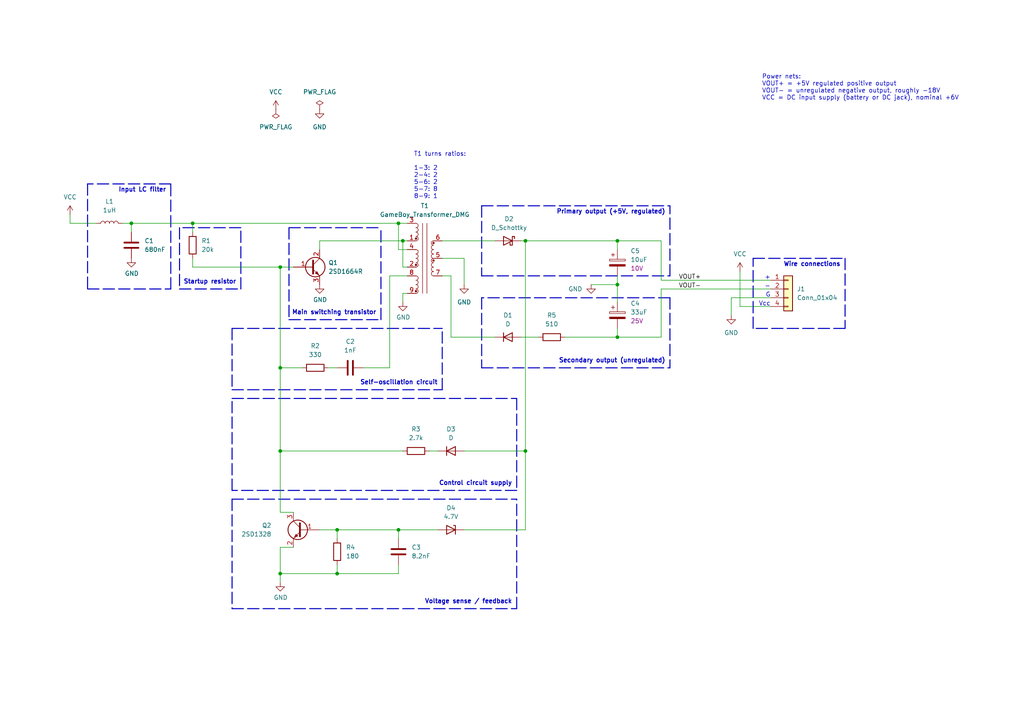
<source format=kicad_sch>
(kicad_sch (version 20211123) (generator eeschema)
  (paper "A4")
  (title_block (title "DC-CONV-DMG-A / DC-CONV-DMG-B") (date "2022-01-02") (rev "A") (company "https://gekkio.fi") (comment 1 "https://github.com/gekkio/gb-schematics"))
  (lib_symbols
    (symbol "Connector_Generic:Conn_01x04" (pin_names (offset 1.016) hide)
      (property "Reference" "J" (at 0 5.08 0))
      (property "Value" "Conn_01x04" (at 0 -7.62 0))
      (symbol "Conn_01x04_1_1"
        (rectangle (start -1.27 -4.953) (end 0 -5.207) (stroke (width 0.1524)))
        (rectangle (start -1.27 -2.413) (end 0 -2.667) (stroke (width 0.1524)))
        (rectangle (start -1.27 0.127) (end 0 -0.127) (stroke (width 0.1524)))
        (rectangle (start -1.27 2.667) (end 0 2.413) (stroke (width 0.1524)))
        (rectangle (start -1.27 3.81) (end 1.27 -6.35) (stroke (width 0.254)) (fill (type background)))
        (pin passive line (at -5.08 2.54 0) (length 3.81) (name "Pin_1") (number "1"))
        (pin passive line (at -5.08 0 0) (length 3.81) (name "Pin_2") (number "2"))
        (pin passive line (at -5.08 -2.54 0) (length 3.81) (name "Pin_3") (number "3"))
        (pin passive line (at -5.08 -5.08 0) (length 3.81) (name "Pin_4") (number "4"))
      )
    )
    (symbol "Device:C" (pin_numbers hide) (pin_names (offset 0.254))
      (property "Reference" "C" (at 0.635 2.54 0))
      (property "Value" "C" (at 0.635 -2.54 0))
      (symbol "C_0_1"
        (polyline (pts (xy -2.032 -0.762) (xy 2.032 -0.762)) (stroke (width 0.508)))
        (polyline (pts (xy -2.032 0.762) (xy 2.032 0.762)) (stroke (width 0.508)))
      )
      (symbol "C_1_1"
        (pin passive line (at 0 3.81 270) (length 2.794) (name "~") (number "1"))
        (pin passive line (at 0 -3.81 90) (length 2.794) (name "~") (number "2"))
      )
    )
    (symbol "Device:C_Polarized" (pin_numbers hide) (pin_names (offset 0.254))
      (property "Reference" "C" (at 0.635 2.54 0))
      (property "Value" "C_Polarized" (at 0.635 -2.54 0))
      (symbol "C_Polarized_0_1"
        (rectangle (start -2.286 0.508) (end 2.286 1.016))
        (polyline (pts (xy -1.778 2.286) (xy -0.762 2.286)))
        (polyline (pts (xy -1.27 2.794) (xy -1.27 1.778)))
        (rectangle (start 2.286 -0.508) (end -2.286 -1.016) (fill (type outline)))
      )
      (symbol "C_Polarized_1_1"
        (pin passive line (at 0 3.81 270) (length 2.794) (name "~") (number "1"))
        (pin passive line (at 0 -3.81 90) (length 2.794) (name "~") (number "2"))
      )
    )
    (symbol "Device:D" (pin_numbers hide) (pin_names (offset 1.016) hide)
      (property "Reference" "D" (at 0 2.54 0))
      (property "Value" "D" (at 0 -2.54 0))
      (symbol "D_0_1"
        (polyline (pts (xy -1.27 1.27) (xy -1.27 -1.27)) (stroke (width 0.254)))
        (polyline (pts (xy 1.27 0) (xy -1.27 0)))
        (polyline (pts (xy 1.27 1.27) (xy 1.27 -1.27) (xy -1.27 0) (xy 1.27 1.27)) (stroke (width 0.254)))
      )
      (symbol "D_1_1"
        (pin passive line (at -3.81 0 0) (length 2.54) (name "K") (number "1"))
        (pin passive line (at 3.81 0 180) (length 2.54) (name "A") (number "2"))
      )
    )
    (symbol "Device:D_Schottky" (pin_numbers hide) (pin_names (offset 1.016) hide)
      (property "Reference" "D" (at 0 2.54 0))
      (property "Value" "D_Schottky" (at 0 -2.54 0))
      (symbol "D_Schottky_0_1"
        (polyline (pts (xy 1.27 0) (xy -1.27 0)))
        (polyline (pts (xy 1.27 1.27) (xy 1.27 -1.27) (xy -1.27 0) (xy 1.27 1.27)) (stroke (width 0.254)))
        (polyline (pts (xy -1.905 0.635) (xy -1.905 1.27) (xy -1.27 1.27) (xy -1.27 -1.27) (xy -0.635 -1.27) (xy -0.635 -0.635)) (stroke (width 0.254)))
      )
      (symbol "D_Schottky_1_1"
        (pin passive line (at -3.81 0 0) (length 2.54) (name "K") (number "1"))
        (pin passive line (at 3.81 0 180) (length 2.54) (name "A") (number "2"))
      )
    )
    (symbol "Device:D_Zener" (pin_numbers hide) (pin_names (offset 1.016) hide)
      (property "Reference" "D" (at 0 2.54 0))
      (property "Value" "D_Zener" (at 0 -2.54 0))
      (symbol "D_Zener_0_1"
        (polyline (pts (xy 1.27 0) (xy -1.27 0)))
        (polyline (pts (xy -1.27 -1.27) (xy -1.27 1.27) (xy -0.762 1.27)) (stroke (width 0.254)))
        (polyline (pts (xy 1.27 -1.27) (xy 1.27 1.27) (xy -1.27 0) (xy 1.27 -1.27)) (stroke (width 0.254)))
      )
      (symbol "D_Zener_1_1"
        (pin passive line (at -3.81 0 0) (length 2.54) (name "K") (number "1"))
        (pin passive line (at 3.81 0 180) (length 2.54) (name "A") (number "2"))
      )
    )
    (symbol "Device:L" (pin_numbers hide) (pin_names (offset 1.016) hide)
      (property "Reference" "L" (at -1.27 0 90))
      (property "Value" "L" (at 1.905 0 90))
      (symbol "L_0_1"
        (arc (start 0 -2.54) (mid 0.635 -1.905) (end 0 -1.27))
        (arc (start 0 -1.27) (mid 0.635 -0.635) (end 0 0))
        (arc (start 0 0) (mid 0.635 0.635) (end 0 1.27))
        (arc (start 0 1.27) (mid 0.635 1.905) (end 0 2.54))
      )
      (symbol "L_1_1"
        (pin passive line (at 0 3.81 270) (length 1.27) (name "1") (number "1"))
        (pin passive line (at 0 -3.81 90) (length 1.27) (name "2") (number "2"))
      )
    )
    (symbol "Device:Q_NPN_BCE" (pin_names (offset 0) hide)
      (property "Reference" "Q" (at 5.08 1.27 0))
      (property "Value" "Q_NPN_BCE" (at 5.08 -1.27 0))
      (symbol "Q_NPN_BCE_0_1"
        (polyline (pts (xy 0.635 0.635) (xy 2.54 2.54)))
        (polyline (pts (xy 0.635 -0.635) (xy 2.54 -2.54) (xy 2.54 -2.54)))
        (polyline (pts (xy 0.635 1.905) (xy 0.635 -1.905) (xy 0.635 -1.905)) (stroke (width 0.508)))
        (polyline (pts (xy 1.27 -1.778) (xy 1.778 -1.27) (xy 2.286 -2.286) (xy 1.27 -1.778) (xy 1.27 -1.778)) (fill (type outline)))
        (circle (center 1.27 0) (radius 2.8194) (stroke (width 0.254)))
      )
      (symbol "Q_NPN_BCE_1_1"
        (pin input line (at -5.08 0 0) (length 5.715) (name "B") (number "1"))
        (pin passive line (at 2.54 5.08 270) (length 2.54) (name "C") (number "2"))
        (pin passive line (at 2.54 -5.08 90) (length 2.54) (name "E") (number "3"))
      )
    )
    (symbol "Device:Q_NPN_BEC" (pin_names (offset 0) hide)
      (property "Reference" "Q" (at 5.08 1.27 0))
      (property "Value" "Q_NPN_BEC" (at 5.08 -1.27 0))
      (symbol "Q_NPN_BEC_0_1"
        (polyline (pts (xy 0.635 0.635) (xy 2.54 2.54)))
        (polyline (pts (xy 0.635 -0.635) (xy 2.54 -2.54) (xy 2.54 -2.54)))
        (polyline (pts (xy 0.635 1.905) (xy 0.635 -1.905) (xy 0.635 -1.905)) (stroke (width 0.508)))
        (polyline (pts (xy 1.27 -1.778) (xy 1.778 -1.27) (xy 2.286 -2.286) (xy 1.27 -1.778) (xy 1.27 -1.778)) (fill (type outline)))
        (circle (center 1.27 0) (radius 2.8194) (stroke (width 0.254)))
      )
      (symbol "Q_NPN_BEC_1_1"
        (pin input line (at -5.08 0 0) (length 5.715) (name "B") (number "1"))
        (pin passive line (at 2.54 -5.08 90) (length 2.54) (name "E") (number "2"))
        (pin passive line (at 2.54 5.08 270) (length 2.54) (name "C") (number "3"))
      )
    )
    (symbol "Device:R" (pin_numbers hide) (pin_names (offset 0))
      (property "Reference" "R" (at 2.032 0 90))
      (property "Value" "R" (at 0 0 90))
      (symbol "R_0_1"
        (rectangle (start -1.016 -2.54) (end 1.016 2.54) (stroke (width 0.254)))
      )
      (symbol "R_1_1"
        (pin passive line (at 0 3.81 270) (length 1.27) (name "~") (number "1"))
        (pin passive line (at 0 -3.81 90) (length 1.27) (name "~") (number "2"))
      )
    )
    (symbol "Gekkio_Transformer:GameBoy_Transformer_DMG"
      (property "Reference" "T" (at 0 12.7 0))
      (property "Value" "GameBoy_Transformer_DMG" (at 0 -12.7 0))
      (symbol "GameBoy_Transformer_DMG_0_1"
        (arc (start -2.54 -10.16) (mid -1.905 -9.525) (end -2.54 -8.89))
        (circle (center -2.54 -9.525) (radius 0.254) (fill (type outline)))
        (arc (start -2.54 -8.89) (mid -1.905 -8.255) (end -2.54 -7.62))
        (arc (start -2.54 -7.62) (mid -1.905 -6.985) (end -2.54 -6.35))
        (arc (start -2.54 -6.35) (mid -1.905 -5.715) (end -2.54 -5.08))
        (arc (start -2.54 -2.54) (mid -1.905 -1.905) (end -2.54 -1.27))
        (circle (center -2.54 -1.905) (radius 0.254) (fill (type outline)))
        (arc (start -2.54 -1.27) (mid -1.905 -0.635) (end -2.54 0))
        (arc (start -2.54 0) (mid -1.905 0.635) (end -2.54 1.27))
        (arc (start -2.54 1.27) (mid -1.905 1.905) (end -2.54 2.54))
        (arc (start -2.54 5.08) (mid -1.905 5.715) (end -2.54 6.35))
        (circle (center -2.54 5.715) (radius 0.254) (fill (type outline)))
        (arc (start -2.54 6.35) (mid -1.905 6.985) (end -2.54 7.62))
        (arc (start -2.54 7.62) (mid -1.905 8.255) (end -2.54 8.89))
        (arc (start -2.54 8.89) (mid -1.905 9.525) (end -2.54 10.16))
        (polyline (pts (xy -0.635 10.16) (xy -0.635 -10.16)))
        (polyline (pts (xy 0.635 -10.16) (xy 0.635 10.16)))
        (arc (start 2.54 -3.81) (mid 1.905 -4.445) (end 2.54 -5.08))
        (arc (start 2.54 -2.54) (mid 1.905 -3.175) (end 2.54 -3.81))
        (arc (start 2.54 -1.27) (mid 1.905 -1.905) (end 2.54 -2.54))
        (circle (center 2.54 -0.635) (radius 0.254) (fill (type outline)))
        (arc (start 2.54 0) (mid 1.905 -0.635) (end 2.54 -1.27))
        (arc (start 2.54 1.27) (mid 1.905 0.635) (end 2.54 0))
        (arc (start 2.54 2.54) (mid 1.905 1.905) (end 2.54 1.27))
        (arc (start 2.54 3.81) (mid 1.905 3.175) (end 2.54 2.54))
        (circle (center 2.54 4.445) (radius 0.254) (fill (type outline)))
        (arc (start 2.54 5.08) (mid 1.905 4.445) (end 2.54 3.81))
      )
      (symbol "GameBoy_Transformer_DMG_1_1"
        (pin passive line (at -5.08 5.08 0) (length 2.54) (name "~") (number "1"))
        (pin passive line (at -5.08 -2.54 0) (length 2.54) (name "~") (number "2"))
        (pin passive line (at -5.08 10.16 0) (length 2.54) (name "~") (number "3"))
        (pin passive line (at -5.08 2.54 0) (length 2.54) (name "~") (number "4"))
        (pin passive line (at 5.08 0 180) (length 2.54) (name "~") (number "5"))
        (pin passive line (at 5.08 5.08 180) (length 2.54) (name "~") (number "6"))
        (pin passive line (at 5.08 -5.08 180) (length 2.54) (name "~") (number "7"))
        (pin passive line (at -5.08 -5.08 0) (length 2.54) (name "~") (number "8"))
        (pin passive line (at -5.08 -10.16 0) (length 2.54) (name "~") (number "9"))
      )
    )
    (symbol "power:GND" (power) (pin_names (offset 0))
      (property "Value" "GND" (at 0 -3.81 0))
      (symbol "GND_0_1"
        (polyline (pts (xy 0 0) (xy 0 -1.27) (xy 1.27 -1.27) (xy 0 -2.54) (xy -1.27 -1.27) (xy 0 -1.27)))
      )
      (symbol "GND_1_1"
        (pin power_in line (at 0 0 270) (length 0) hide (name "GND") (number "1"))
      )
    )
    (symbol "power:PWR_FLAG" (power) (pin_numbers hide) (pin_names (offset 0) hide)
      (property "Value" "PWR_FLAG" (at 0 3.81 0))
      (symbol "PWR_FLAG_0_0"
        (pin power_out line (at 0 0 90) (length 0) (name "pwr") (number "1"))
      )
      (symbol "PWR_FLAG_0_1"
        (polyline (pts (xy 0 0) (xy 0 1.27) (xy -1.016 1.905) (xy 0 2.54) (xy 1.016 1.905) (xy 0 1.27)))
      )
    )
    (symbol "power:VCC" (power) (pin_names (offset 0))
      (property "Value" "VCC" (at 0 3.81 0))
      (symbol "VCC_0_1"
        (polyline (pts (xy -0.762 1.27) (xy 0 2.54)))
        (polyline (pts (xy 0 0) (xy 0 2.54)))
        (polyline (pts (xy 0 2.54) (xy 0.762 1.27)))
      )
      (symbol "VCC_1_1"
        (pin power_in line (at 0 0 90) (length 0) hide (name "VCC") (number "1"))
      )
    )
  )
  (junction (at 179.07 97.79))
  (junction (at 115.57 64.77))
  (junction (at 97.79 166.37))
  (junction (at 179.07 69.85))
  (junction (at 179.07 82.55))
  (junction (at 97.79 153.67))
  (junction (at 152.4 69.85))
  (junction (at 81.28 130.81))
  (junction (at 116.84 69.85))
  (junction (at 81.28 106.68))
  (junction (at 81.28 166.37))
  (junction (at 55.88 64.77))
  (junction (at 81.28 77.47))
  (junction (at 38.1 64.77))
  (junction (at 152.4 130.81))
  (junction (at 115.57 153.67))
  (polyline (pts (xy 110.49 92.71) (xy 110.49 66.04)) (stroke (width 0.3)))
  (polyline (pts (xy 218.44 74.93) (xy 245.11 74.93)) (stroke (width 0.3)))
  (wire (pts (xy 179.07 69.85) (xy 191.77 69.85)))
  (polyline (pts (xy 194.31 86.36) (xy 194.31 106.68)) (stroke (width 0.3)))
  (polyline (pts (xy 67.31 144.78) (xy 149.86 144.78)) (stroke (width 0.3)))
  (wire (pts (xy 128.27 69.85) (xy 143.51 69.85)))
  (wire (pts (xy 118.11 72.39) (xy 115.57 72.39)))
  (wire (pts (xy 38.1 64.77) (xy 38.1 67.31)))
  (wire (pts (xy 97.79 163.83) (xy 97.79 166.37)))
  (polyline (pts (xy 25.4 83.82) (xy 49.53 83.82)) (stroke (width 0.3)))
  (wire (pts (xy 115.57 72.39) (xy 115.57 64.77)))
  (wire (pts (xy 115.57 153.67) (xy 127 153.67)))
  (wire (pts (xy 116.84 77.47) (xy 118.11 77.47)))
  (wire (pts (xy 105.41 106.68) (xy 113.03 106.68)))
  (wire (pts (xy 179.07 82.55) (xy 171.45 82.55)))
  (wire (pts (xy 179.07 82.55) (xy 179.07 87.63)))
  (wire (pts (xy 55.88 77.47) (xy 81.28 77.47)))
  (wire (pts (xy 97.79 166.37) (xy 81.28 166.37)))
  (wire (pts (xy 179.07 69.85) (xy 179.07 72.39)))
  (wire (pts (xy 130.81 97.79) (xy 143.51 97.79)))
  (wire (pts (xy 214.63 88.9) (xy 214.63 78.74)))
  (polyline (pts (xy 69.85 66.04) (xy 52.07 66.04)) (stroke (width 0.3)))
  (wire (pts (xy 130.81 80.01) (xy 130.81 97.79)))
  (wire (pts (xy 116.84 85.09) (xy 116.84 87.63)))
  (polyline (pts (xy 83.82 66.04) (xy 110.49 66.04)) (stroke (width 0.3)))
  (polyline (pts (xy 149.86 142.24) (xy 67.31 142.24)) (stroke (width 0.3)))
  (wire (pts (xy 85.09 77.47) (xy 81.28 77.47)))
  (polyline (pts (xy 194.31 86.36) (xy 139.7 86.36)) (stroke (width 0.3)))
  (wire (pts (xy 191.77 83.82) (xy 191.77 97.79)))
  (polyline (pts (xy 194.31 80.01) (xy 194.31 59.69)) (stroke (width 0.3)))
  (wire (pts (xy 179.07 80.01) (xy 179.07 82.55)))
  (polyline (pts (xy 67.31 115.57) (xy 149.86 115.57)) (stroke (width 0.3)))
  (polyline (pts (xy 139.7 59.69) (xy 194.31 59.69)) (stroke (width 0.3)))
  (wire (pts (xy 113.03 106.68) (xy 113.03 80.01)))
  (polyline (pts (xy 67.31 95.25) (xy 128.27 95.25)) (stroke (width 0.3)))
  (polyline (pts (xy 139.7 59.69) (xy 139.7 80.01)) (stroke (width 0.3)))
  (polyline (pts (xy 139.7 80.01) (xy 194.31 80.01)) (stroke (width 0.3)))
  (polyline (pts (xy 83.82 66.04) (xy 83.82 92.71)) (stroke (width 0.3)))
  (wire (pts (xy 97.79 156.21) (xy 97.79 153.67)))
  (wire (pts (xy 134.62 74.93) (xy 128.27 74.93)))
  (wire (pts (xy 134.62 74.93) (xy 134.62 82.55)))
  (wire (pts (xy 81.28 148.59) (xy 85.09 148.59)))
  (wire (pts (xy 152.4 69.85) (xy 179.07 69.85)))
  (wire (pts (xy 92.71 69.85) (xy 116.84 69.85)))
  (wire (pts (xy 115.57 163.83) (xy 115.57 166.37)))
  (wire (pts (xy 223.52 88.9) (xy 214.63 88.9)))
  (polyline (pts (xy 139.7 86.36) (xy 139.7 106.68)) (stroke (width 0.3)))
  (polyline (pts (xy 128.27 113.03) (xy 128.27 95.25)) (stroke (width 0.3)))
  (wire (pts (xy 163.83 97.79) (xy 179.07 97.79)))
  (wire (pts (xy 20.32 64.77) (xy 20.32 62.23)))
  (wire (pts (xy 179.07 97.79) (xy 191.77 97.79)))
  (wire (pts (xy 97.79 153.67) (xy 115.57 153.67)))
  (wire (pts (xy 223.52 86.36) (xy 212.09 86.36)))
  (polyline (pts (xy 139.7 106.68) (xy 194.31 106.68)) (stroke (width 0.3)))
  (wire (pts (xy 95.25 106.68) (xy 97.79 106.68)))
  (polyline (pts (xy 149.86 176.53) (xy 149.86 144.78)) (stroke (width 0.3)))
  (wire (pts (xy 134.62 130.81) (xy 152.4 130.81)))
  (polyline (pts (xy 67.31 113.03) (xy 128.27 113.03)) (stroke (width 0.3)))
  (polyline (pts (xy 67.31 142.24) (xy 67.31 115.57)) (stroke (width 0.3)))
  (wire (pts (xy 152.4 153.67) (xy 134.62 153.67)))
  (wire (pts (xy 55.88 74.93) (xy 55.88 77.47)))
  (wire (pts (xy 87.63 106.68) (xy 81.28 106.68)))
  (polyline (pts (xy 52.07 66.04) (xy 52.07 83.82)) (stroke (width 0.3)))
  (wire (pts (xy 35.56 64.77) (xy 38.1 64.77)))
  (polyline (pts (xy 49.53 83.82) (xy 49.53 53.34)) (stroke (width 0.3)))
  (polyline (pts (xy 218.44 95.25) (xy 218.44 74.93)) (stroke (width 0.3)))
  (wire (pts (xy 130.81 80.01) (xy 128.27 80.01)))
  (wire (pts (xy 223.52 81.28) (xy 191.77 81.28)))
  (polyline (pts (xy 83.82 92.71) (xy 110.49 92.71)) (stroke (width 0.3)))
  (wire (pts (xy 81.28 130.81) (xy 81.28 106.68)))
  (polyline (pts (xy 69.85 83.82) (xy 69.85 66.04)) (stroke (width 0.3)))
  (wire (pts (xy 116.84 69.85) (xy 116.84 77.47)))
  (wire (pts (xy 81.28 77.47) (xy 81.28 106.68)))
  (wire (pts (xy 118.11 85.09) (xy 116.84 85.09)))
  (wire (pts (xy 179.07 97.79) (xy 179.07 95.25)))
  (wire (pts (xy 116.84 130.81) (xy 81.28 130.81)))
  (wire (pts (xy 115.57 153.67) (xy 115.57 156.21)))
  (wire (pts (xy 55.88 64.77) (xy 115.57 64.77)))
  (wire (pts (xy 151.13 69.85) (xy 152.4 69.85)))
  (wire (pts (xy 212.09 86.36) (xy 212.09 91.44)))
  (polyline (pts (xy 245.11 74.93) (xy 245.11 95.25)) (stroke (width 0.3)))
  (wire (pts (xy 115.57 166.37) (xy 97.79 166.37)))
  (wire (pts (xy 27.94 64.77) (xy 20.32 64.77)))
  (wire (pts (xy 113.03 80.01) (xy 118.11 80.01)))
  (polyline (pts (xy 67.31 144.78) (xy 67.31 176.53)) (stroke (width 0.3)))
  (wire (pts (xy 118.11 69.85) (xy 116.84 69.85)))
  (polyline (pts (xy 245.11 95.25) (xy 218.44 95.25)) (stroke (width 0.3)))
  (polyline (pts (xy 149.86 115.57) (xy 149.86 142.24)) (stroke (width 0.3)))
  (wire (pts (xy 92.71 69.85) (xy 92.71 72.39)))
  (wire (pts (xy 81.28 158.75) (xy 85.09 158.75)))
  (polyline (pts (xy 67.31 95.25) (xy 67.31 113.03)) (stroke (width 0.3)))
  (wire (pts (xy 81.28 168.91) (xy 81.28 166.37)))
  (wire (pts (xy 92.71 153.67) (xy 97.79 153.67)))
  (polyline (pts (xy 67.31 176.53) (xy 149.86 176.53)) (stroke (width 0.3)))
  (wire (pts (xy 115.57 64.77) (xy 118.11 64.77)))
  (wire (pts (xy 223.52 83.82) (xy 191.77 83.82)))
  (wire (pts (xy 152.4 69.85) (xy 152.4 130.81)))
  (wire (pts (xy 127 130.81) (xy 124.46 130.81)))
  (polyline (pts (xy 52.07 83.82) (xy 69.85 83.82)) (stroke (width 0.3)))
  (wire (pts (xy 55.88 67.31) (xy 55.88 64.77)))
  (wire (pts (xy 38.1 64.77) (xy 55.88 64.77)))
  (polyline (pts (xy 25.4 53.34) (xy 25.4 83.82)) (stroke (width 0.3)))
  (wire (pts (xy 81.28 166.37) (xy 81.28 158.75)))
  (wire (pts (xy 191.77 81.28) (xy 191.77 69.85)))
  (wire (pts (xy 152.4 130.81) (xy 152.4 153.67)))
  (polyline (pts (xy 49.53 53.34) (xy 25.4 53.34)) (stroke (width 0.3)))
  (wire (pts (xy 81.28 130.81) (xy 81.28 148.59)))
  (wire (pts (xy 151.13 97.79) (xy 156.21 97.79)))
  (text "-" (at 223.52 83.82 180) (effects (font (size 1.27 1.27)) (justify right bottom)))
  (text "T1 turns ratios:\n\n1-3: 2\n2-4: 2\n5-6: 2\n5-7: 8\n8-9: 1" (at 120.015 57.785 0) (effects (font (size 1.27 1.27)) (justify left bottom)))
  (text "+" (at 223.52 81.28 180) (effects (font (size 1.27 1.27)) (justify right bottom)))
  (text "G" (at 223.52 86.36 180) (effects (font (size 1.27 1.27)) (justify right bottom)))
  (text "Wire connections" (at 243.84 77.47 180) (effects (font (size 1.27 1.27) (thickness 0.254) bold) (justify right bottom)))
  (text "Power nets:\nVOUT+ = +5V regulated positive output\nVOUT- = unregulated negative output, roughly -18V\nVCC = DC input supply (battery or DC jack), nominal +6V" (at 220.98 29.21 0) (effects (font (size 1.27 1.27)) (justify left bottom)))
  (text "Input LC filter" (at 48.26 55.88 180) (effects (font (size 1.27 1.27) (thickness 0.254) bold) (justify right bottom)))
  (text "Startup resistor" (at 68.58 82.55 180) (effects (font (size 1.27 1.27) (thickness 0.254) bold) (justify right bottom)))
  (text "Self-oscillation circuit" (at 127 111.76 180) (effects (font (size 1.27 1.27) bold) (justify right bottom)))
  (text "Secondary output (unregulated)\n" (at 193.04 105.41 180) (effects (font (size 1.27 1.27) (thickness 0.254) bold) (justify right bottom)))
  (text "Main switching transistor" (at 109.22 91.44 180) (effects (font (size 1.27 1.27) bold) (justify right bottom)))
  (text "Voltage sense / feedback" (at 148.59 175.26 180) (effects (font (size 1.27 1.27) bold) (justify right bottom)))
  (text "Primary output (+5V, regulated)" (at 193.04 62.23 180) (effects (font (size 1.27 1.27) (thickness 0.254) bold) (justify right bottom)))
  (text "Control circuit supply" (at 148.59 140.97 180) (effects (font (size 1.27 1.27) bold) (justify right bottom)))
  (text "Vcc" (at 223.52 88.9 180) (effects (font (size 1.27 1.27)) (justify right bottom)))
  (label "VOUT+" (at 196.85 81.28 0))
  (label "VOUT-" (at 196.85 83.82 0))
  (symbol (lib_id "power:VCC") (at 20.32 62.23 0) (unit 1)
    (property "Reference" "#PWR0101" (effects hide))
    (property "Value" "VCC" (at 20.32 57.15 0))
  )
  (symbol (lib_id "Device:L") (at 31.75 64.77 90) (unit 1)
    (property "Reference" "L1" (at 31.75 58.42 90))
    (property "Value" "1uH" (at 31.75 60.96 90))
  )
  (symbol (lib_id "Gekkio_Transformer:GameBoy_Transformer_DMG") (at 123.19 74.93 0) (unit 1)
    (property "Reference" "T1" (at 123.19 59.69 0))
    (property "Value" "GameBoy_Transformer_DMG" (at 123.19 62.23 0))
    (property "Footprint" "Gekkio_Transformer_THT:Transformer_GameBoy_DMG" (effects hide))
  )
  (symbol (lib_id "Device:R") (at 55.88 71.12 0) (unit 1)
    (property "Reference" "R1" (at 58.42 69.8499 0) (effects (justify left)))
    (property "Value" "20k" (at 58.42 72.3899 0) (effects (justify left)))
  )
  (symbol (lib_id "Device:Q_NPN_BCE") (at 90.17 77.47 0) (unit 1)
    (property "Reference" "Q1" (at 95.25 76.1999 0) (effects (justify left)))
    (property "Value" "2SD1664R" (at 95.25 78.7399 0) (effects (justify left)))
  )
  (symbol (lib_id "Device:C") (at 101.6 106.68 270) (unit 1)
    (property "Reference" "C2" (at 101.6 99.06 90))
    (property "Value" "1nF" (at 101.6 101.6 90))
  )
  (symbol (lib_id "Device:R") (at 91.44 106.68 270) (unit 1)
    (property "Reference" "R2" (at 91.44 100.33 90))
    (property "Value" "330" (at 91.44 102.87 90))
  )
  (symbol (lib_id "power:GND") (at 92.71 82.55 0) (unit 1)
    (property "Reference" "#PWR0102" (effects hide))
    (property "Value" "GND" (at 92.837 86.9442 0))
  )
  (symbol (lib_id "power:GND") (at 116.84 87.63 0) (unit 1)
    (property "Reference" "#PWR0103" (effects hide))
    (property "Value" "GND" (at 116.967 92.0242 0))
  )
  (symbol (lib_id "Device:C") (at 38.1 71.12 0) (unit 1)
    (property "Reference" "C1" (at 41.91 69.8499 0) (effects (justify left)))
    (property "Value" "680nF" (at 41.91 72.3899 0) (effects (justify left)))
  )
  (symbol (lib_id "power:GND") (at 38.1 74.93 0) (unit 1)
    (property "Reference" "#PWR0104" (effects hide))
    (property "Value" "GND" (at 38.227 79.3242 0))
  )
  (symbol (lib_id "power:GND") (at 134.62 82.55 0) (unit 1)
    (property "Reference" "#PWR0105" (effects hide))
    (property "Value" "GND" (at 134.62 87.63 0))
  )
  (symbol (lib_id "Device:D_Schottky") (at 147.32 69.85 0) (mirror y) (unit 1)
    (property "Reference" "D2" (at 147.6375 63.5 0))
    (property "Value" "D_Schottky" (at 147.6375 66.04 0))
  )
  (symbol (lib_id "Device:D") (at 147.32 97.79 0) (unit 1)
    (property "Reference" "D1" (at 147.32 91.44 0))
    (property "Value" "D" (at 147.32 93.98 0))
  )
  (symbol (lib_id "Device:R") (at 160.02 97.79 270) (unit 1)
    (property "Reference" "R5" (at 160.02 91.44 90))
    (property "Value" "510" (at 160.02 93.98 90))
  )
  (symbol (lib_id "Device:C_Polarized") (at 179.07 76.2 0) (unit 1)
    (property "Reference" "C5" (at 182.88 72.7709 0) (effects (justify left)))
    (property "Value" "10uF" (at 182.88 75.3109 0) (effects (justify left)))
    (property "Rating" "10V" (at 182.88 77.8509 0) (effects (justify left)))
  )
  (symbol (lib_id "Device:C_Polarized") (at 179.07 91.44 0) (unit 1)
    (property "Reference" "C4" (at 182.88 88.0109 0) (effects (justify left)))
    (property "Value" "33uF" (at 182.88 90.5509 0) (effects (justify left)))
    (property "Rating" "25V" (at 182.88 93.0909 0) (effects (justify left)))
  )
  (symbol (lib_id "power:GND") (at 171.45 82.55 0) (unit 1)
    (property "Reference" "#PWR0106" (effects hide))
    (property "Value" "GND" (at 168.91 83.8199 0) (effects (justify right)))
  )
  (symbol (lib_id "Device:D") (at 130.81 130.81 0) (unit 1)
    (property "Reference" "D3" (at 130.81 124.46 0))
    (property "Value" "D" (at 130.81 127 0))
  )
  (symbol (lib_id "Device:R") (at 120.65 130.81 270) (unit 1)
    (property "Reference" "R3" (at 120.65 124.46 90))
    (property "Value" "2.7k" (at 120.65 127 90))
  )
  (symbol (lib_id "Device:Q_NPN_BEC") (at 87.63 153.67 0) (mirror y) (unit 1)
    (property "Reference" "Q2" (at 78.74 152.3999 0) (effects (justify left)))
    (property "Value" "2SD1328" (at 78.74 154.9399 0) (effects (justify left)))
  )
  (symbol (lib_id "power:GND") (at 81.28 168.91 0) (unit 1)
    (property "Reference" "#PWR0107" (effects hide))
    (property "Value" "GND" (at 81.407 173.3042 0))
  )
  (symbol (lib_id "Device:R") (at 97.79 160.02 0) (unit 1)
    (property "Reference" "R4" (at 100.33 158.7499 0) (effects (justify left)))
    (property "Value" "180" (at 100.33 161.2899 0) (effects (justify left)))
  )
  (symbol (lib_id "Device:C") (at 115.57 160.02 0) (unit 1)
    (property "Reference" "C3" (at 119.38 158.7499 0) (effects (justify left)))
    (property "Value" "8.2nF" (at 119.38 161.2899 0) (effects (justify left)))
  )
  (symbol (lib_id "Device:D_Zener") (at 130.81 153.67 0) (mirror y) (unit 1)
    (property "Reference" "D4" (at 130.81 147.32 0))
    (property "Value" "4.7V" (at 130.81 149.86 0))
  )
  (symbol (lib_id "Connector_Generic:Conn_01x04") (at 228.6 83.82 0) (unit 1)
    (property "Reference" "J1" (at 231.14 83.8199 0) (effects (justify left)))
    (property "Value" "Conn_01x04" (at 231.14 86.3599 0) (effects (justify left)))
  )
  (symbol (lib_id "power:VCC") (at 214.63 78.74 0) (unit 1)
    (property "Reference" "#PWR0108" (effects hide))
    (property "Value" "VCC" (at 214.63 73.66 0))
  )
  (symbol (lib_id "power:GND") (at 212.09 91.44 0) (unit 1)
    (property "Reference" "#PWR0109" (effects hide))
    (property "Value" "GND" (at 212.09 96.52 0))
  )
  (symbol (lib_id "power:PWR_FLAG") (at 80.01 31.75 180) (unit 1)
    (property "Reference" "#FLG0101" (effects hide))
    (property "Value" "PWR_FLAG" (at 80.01 36.83 0))
  )
  (symbol (lib_id "power:VCC") (at 80.01 31.75 0) (unit 1)
    (property "Reference" "#PWR0110" (effects hide))
    (property "Value" "VCC" (at 80.01 26.67 0))
  )
  (symbol (lib_id "power:PWR_FLAG") (at 92.71 31.75 0) (unit 1)
    (property "Reference" "#FLG0102" (effects hide))
    (property "Value" "PWR_FLAG" (at 92.71 26.67 0))
  )
  (symbol (lib_id "power:GND") (at 92.71 31.75 0) (unit 1)
    (property "Reference" "#PWR0111" (effects hide))
    (property "Value" "GND" (at 92.71 36.83 0))
  )
)
</source>
